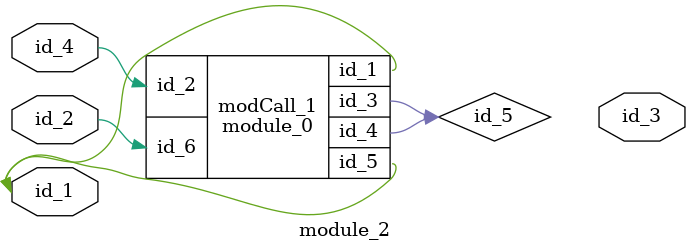
<source format=v>
module module_0 (
    id_1,
    id_2,
    id_3,
    id_4,
    id_5,
    id_6
);
  input wire id_6;
  inout wire id_5;
  inout wire id_4;
  output wire id_3;
  input wire id_2;
  inout wire id_1;
  wire id_7;
  wire id_8;
  assign id_4 = id_6;
endmodule
module module_1 (
    id_1
);
  inout wire id_1;
  assign id_1 = id_1;
  module_0 modCall_1 (
      id_1,
      id_1,
      id_1,
      id_1,
      id_1,
      id_1
  );
endmodule
module module_2 (
    id_1,
    id_2,
    id_3,
    id_4
);
  input wire id_4;
  output wire id_3;
  input wire id_2;
  inout wire id_1;
  wire id_5;
  module_0 modCall_1 (
      id_1,
      id_4,
      id_5,
      id_5,
      id_1,
      id_2
  );
endmodule

</source>
